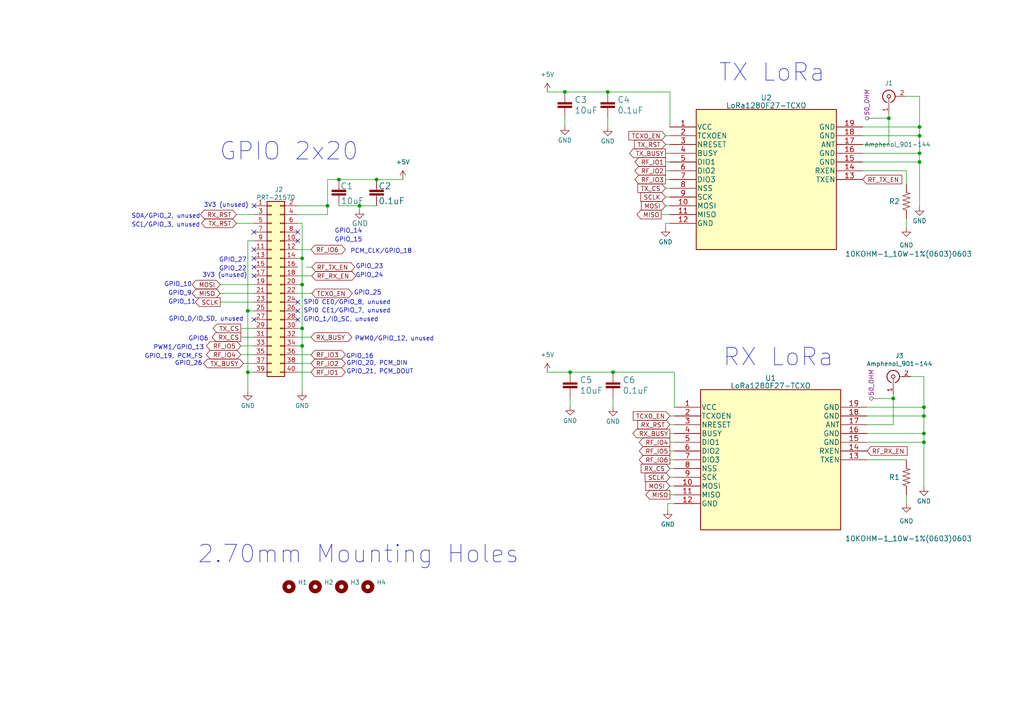
<source format=kicad_sch>
(kicad_sch (version 20230121) (generator eeschema)
  (paper "A4")
  (title_block (title "Groundstation Hat") (date "1/22/24") (rev "v1.0") (company "Stanford University") (comment 1 "Jacob Rintamaki"))
  (lib_symbols
    (symbol "Connector:Conn_Coaxial" (pin_names (offset 1.016) hide)
      (property "Reference" "J" (at 0.254 3.048 0))
      (property "Value" "Conn_Coaxial" (at 2.921 0 90))
      (symbol "Conn_Coaxial_0_1"
        (arc (start -1.778 -0.508) (mid 0.2311 -1.8066) (end 1.778 0) (stroke (width 0.254)))
        (polyline (pts (xy -2.54 0) (xy -0.508 0)))
        (polyline (pts (xy 0 -2.54) (xy 0 -1.778)))
        (circle (center 0 0) (radius 0.508) (stroke (width 0.2032)))
        (arc (start 1.778 0) (mid 0.2099 1.8101) (end -1.778 0.508) (stroke (width 0.254)))
      )
      (symbol "Conn_Coaxial_1_1"
        (pin passive line (at -5.08 0 0) (length 2.54) (name "In") (number "1"))
        (pin passive line (at 0 -5.08 90) (length 2.54) (name "Ext") (number "2"))
      )
    )
    (symbol "MAINBOARD:10KOHM-1_10W-1%(0603)0603" (pin_names (offset 1.016))
      (property "Reference" "R" (at -3.81 1.4986 0))
      (property "Value" "10KOHM-1_10W-1%(0603)0603" (at -3.81 -3.302 0))
      (symbol "10KOHM-1_10W-1%(0603)0603_1_0"
        (polyline (pts (xy -2.54 0) (xy -2.159 1.016)))
        (polyline (pts (xy -2.159 1.016) (xy -1.524 -1.016)))
        (polyline (pts (xy -1.524 -1.016) (xy -0.889 1.016)))
        (polyline (pts (xy -0.889 1.016) (xy -0.254 -1.016)))
        (polyline (pts (xy -0.254 -1.016) (xy 0.381 1.016)))
        (polyline (pts (xy 0.381 1.016) (xy 1.016 -1.016)))
        (polyline (pts (xy 1.016 -1.016) (xy 1.651 1.016)))
        (polyline (pts (xy 1.651 1.016) (xy 2.286 -1.016)))
        (polyline (pts (xy 2.286 -1.016) (xy 2.54 0)))
        (pin passive line (at -5.08 0 0) (length 2.54) (name "1") (number "1"))
        (pin passive line (at 5.08 0 180) (length 2.54) (name "2") (number "2"))
      )
    )
    (symbol "Mechanical:MountingHole" (pin_names (offset 1.016))
      (property "Reference" "H" (at 0 5.08 0))
      (property "Value" "MountingHole" (at 0 3.175 0))
      (symbol "MountingHole_0_1"
        (circle (center 0 0) (radius 1.27) (stroke (width 1.27)))
      )
    )
    (symbol "mainboard:1.0UF-0603-16V-10%" (pin_names (offset 1.016))
      (property "Reference" "C" (at 1.524 2.921 0))
      (property "Value" "1.0UF-0603-16V-10%" (at 1.524 -2.159 0))
      (symbol "1.0UF-0603-16V-10%_1_0"
        (rectangle (start -2.032 0.508) (end 2.032 1.016) (fill (type outline)))
        (rectangle (start -2.032 1.524) (end 2.032 2.032) (fill (type outline)))
        (polyline (pts (xy 0 0) (xy 0 0.508)))
        (polyline (pts (xy 0 2.54) (xy 0 2.032)))
        (pin passive line (at 0 5.08 270) (length 2.54) (name "1") (number "1"))
        (pin passive line (at 0 -2.54 90) (length 2.54) (name "2") (number "2"))
      )
    )
    (symbol "mainboard:22UF-0805-6.3V-20%" (pin_names (offset 1.016))
      (property "Reference" "C" (at 1.524 2.921 0))
      (property "Value" "22UF-0805-6.3V-20%" (at 1.524 -2.159 0))
      (symbol "22UF-0805-6.3V-20%_1_0"
        (rectangle (start -2.032 0.508) (end 2.032 1.016) (fill (type outline)))
        (rectangle (start -2.032 1.524) (end 2.032 2.032) (fill (type outline)))
        (polyline (pts (xy 0 0) (xy 0 0.508)))
        (polyline (pts (xy 0 2.54) (xy 0 2.032)))
        (pin passive line (at 0 5.08 270) (length 2.54) (name "1") (number "1"))
        (pin passive line (at 0 -2.54 90) (length 2.54) (name "2") (number "2"))
      )
    )
    (symbol "power:+5V" (power) (pin_names (offset 0))
      (property "Value" "+5V" (at 0 3.556 0))
      (symbol "+5V_0_1"
        (polyline (pts (xy -0.762 1.27) (xy 0 2.54)))
        (polyline (pts (xy 0 0) (xy 0 2.54)))
        (polyline (pts (xy 0 2.54) (xy 0.762 1.27)))
      )
      (symbol "+5V_1_1"
        (pin power_in line (at 0 0 90) (length 0) hide (name "+5V") (number "1"))
      )
    )
    (symbol "power:GND" (power) (pin_names (offset 0))
      (property "Value" "GND" (at 0 -3.81 0))
      (symbol "GND_0_1"
        (polyline (pts (xy 0 0) (xy 0 -1.27) (xy 1.27 -1.27) (xy 0 -2.54) (xy -1.27 -1.27) (xy 0 -1.27)))
      )
      (symbol "GND_1_1"
        (pin power_in line (at 0 0 270) (length 0) hide (name "GND") (number "1"))
      )
    )
    (symbol "rpi_interface:LORA1280F27-TCXO" (pin_names (offset 0.254))
      (property "Reference" "U" (at 27.94 10.16 0))
      (property "Value" "LoRa1280F27-TCXO" (at 27.94 7.62 0))
      (property "Datasheet" "https://file.fomille.site/1260815565112336386/1650759420204007426.pdf" (at 0 0 0))
      (symbol "LORA1280F27-TCXO_1_0"
        (pin bidirectional line (at 55.88 -5.08 180) (length 7.62) (name "ANT") (number "17"))
      )
      (symbol "LORA1280F27-TCXO_1_1"
        (rectangle (start 7.62 5.08) (end 48.26 -35.56) (stroke (width 0.254)) (fill (type background)))
        (pin power_in line (at 0 0 0) (length 7.62) (name "VCC") (number "1"))
        (pin input line (at 0 -22.86 0) (length 7.62) (name "MOSI") (number "10"))
        (pin output line (at 0 -25.4 0) (length 7.62) (name "MISO") (number "11"))
        (pin power_in line (at 0 -27.94 0) (length 7.62) (name "GND") (number "12"))
        (pin input line (at 55.88 -15.24 180) (length 7.62) (name "TXEN") (number "13"))
        (pin input line (at 55.88 -12.7 180) (length 7.62) (name "RXEN") (number "14"))
        (pin power_in line (at 55.88 -10.16 180) (length 7.62) (name "GND") (number "15"))
        (pin power_in line (at 55.88 -7.62 180) (length 7.62) (name "GND") (number "16"))
        (pin power_in line (at 55.88 -2.54 180) (length 7.62) (name "GND") (number "18"))
        (pin power_in line (at 55.88 0 180) (length 7.62) (name "GND") (number "19"))
        (pin input line (at 0 -2.54 0) (length 7.62) (name "TCXOEN") (number "2"))
        (pin input line (at 0 -5.08 0) (length 7.62) (name "NRESET") (number "3"))
        (pin output line (at 0 -7.62 0) (length 7.62) (name "BUSY") (number "4"))
        (pin output line (at 0 -10.16 0) (length 7.62) (name "DIO1") (number "5"))
        (pin output line (at 0 -12.7 0) (length 7.62) (name "DIO2") (number "6"))
        (pin output line (at 0 -15.24 0) (length 7.62) (name "DIO3") (number "7"))
        (pin input line (at 0 -17.78 0) (length 7.62) (name "NSS") (number "8"))
        (pin input line (at 0 -20.32 0) (length 7.62) (name "SCK") (number "9"))
      )
    )
    (symbol "rpi_interface:PRT-21570" (pin_names (offset 1.016) hide)
      (property "Reference" "J" (at 1.27 25.4 0))
      (property "Value" "PRT-21570" (at 1.27 -27.94 0))
      (symbol "PRT-21570_1_1"
        (rectangle (start -1.27 -25.273) (end 0 -25.527) (stroke (width 0.1524)))
        (rectangle (start -1.27 -22.733) (end 0 -22.987) (stroke (width 0.1524)))
        (rectangle (start -1.27 -20.193) (end 0 -20.447) (stroke (width 0.1524)))
        (rectangle (start -1.27 -17.653) (end 0 -17.907) (stroke (width 0.1524)))
        (rectangle (start -1.27 -15.113) (end 0 -15.367) (stroke (width 0.1524)))
        (rectangle (start -1.27 -12.573) (end 0 -12.827) (stroke (width 0.1524)))
        (rectangle (start -1.27 -10.033) (end 0 -10.287) (stroke (width 0.1524)))
        (rectangle (start -1.27 -7.493) (end 0 -7.747) (stroke (width 0.1524)))
        (rectangle (start -1.27 -4.953) (end 0 -5.207) (stroke (width 0.1524)))
        (rectangle (start -1.27 -2.413) (end 0 -2.667) (stroke (width 0.1524)))
        (rectangle (start -1.27 0.127) (end 0 -0.127) (stroke (width 0.1524)))
        (rectangle (start -1.27 2.667) (end 0 2.413) (stroke (width 0.1524)))
        (rectangle (start -1.27 5.207) (end 0 4.953) (stroke (width 0.1524)))
        (rectangle (start -1.27 7.747) (end 0 7.493) (stroke (width 0.1524)))
        (rectangle (start -1.27 10.287) (end 0 10.033) (stroke (width 0.1524)))
        (rectangle (start -1.27 12.827) (end 0 12.573) (stroke (width 0.1524)))
        (rectangle (start -1.27 15.367) (end 0 15.113) (stroke (width 0.1524)))
        (rectangle (start -1.27 17.907) (end 0 17.653) (stroke (width 0.1524)))
        (rectangle (start -1.27 20.447) (end 0 20.193) (stroke (width 0.1524)))
        (rectangle (start -1.27 22.987) (end 0 22.733) (stroke (width 0.1524)))
        (rectangle (start -1.27 24.13) (end 3.81 -26.67) (stroke (width 0.254)) (fill (type background)))
        (rectangle (start 3.81 -25.273) (end 2.54 -25.527) (stroke (width 0.1524)))
        (rectangle (start 3.81 -22.733) (end 2.54 -22.987) (stroke (width 0.1524)))
        (rectangle (start 3.81 -20.193) (end 2.54 -20.447) (stroke (width 0.1524)))
        (rectangle (start 3.81 -17.653) (end 2.54 -17.907) (stroke (width 0.1524)))
        (rectangle (start 3.81 -15.113) (end 2.54 -15.367) (stroke (width 0.1524)))
        (rectangle (start 3.81 -12.573) (end 2.54 -12.827) (stroke (width 0.1524)))
        (rectangle (start 3.81 -10.033) (end 2.54 -10.287) (stroke (width 0.1524)))
        (rectangle (start 3.81 -7.493) (end 2.54 -7.747) (stroke (width 0.1524)))
        (rectangle (start 3.81 -4.953) (end 2.54 -5.207) (stroke (width 0.1524)))
        (rectangle (start 3.81 -2.413) (end 2.54 -2.667) (stroke (width 0.1524)))
        (rectangle (start 3.81 0.127) (end 2.54 -0.127) (stroke (width 0.1524)))
        (rectangle (start 3.81 2.667) (end 2.54 2.413) (stroke (width 0.1524)))
        (rectangle (start 3.81 5.207) (end 2.54 4.953) (stroke (width 0.1524)))
        (rectangle (start 3.81 7.747) (end 2.54 7.493) (stroke (width 0.1524)))
        (rectangle (start 3.81 10.287) (end 2.54 10.033) (stroke (width 0.1524)))
        (rectangle (start 3.81 12.827) (end 2.54 12.573) (stroke (width 0.1524)))
        (rectangle (start 3.81 15.367) (end 2.54 15.113) (stroke (width 0.1524)))
        (rectangle (start 3.81 17.907) (end 2.54 17.653) (stroke (width 0.1524)))
        (rectangle (start 3.81 20.447) (end 2.54 20.193) (stroke (width 0.1524)))
        (rectangle (start 3.81 22.987) (end 2.54 22.733) (stroke (width 0.1524)))
        (pin passive line (at -5.08 22.86 0) (length 3.81) (name "Pin_1") (number "1"))
        (pin passive line (at 7.62 12.7 180) (length 3.81) (name "Pin_10") (number "10"))
        (pin passive line (at -5.08 10.16 0) (length 3.81) (name "Pin_11") (number "11"))
        (pin passive line (at 7.62 10.16 180) (length 3.81) (name "Pin_12") (number "12"))
        (pin passive line (at -5.08 7.62 0) (length 3.81) (name "Pin_13") (number "13"))
        (pin passive line (at 7.62 7.62 180) (length 3.81) (name "Pin_14") (number "14"))
        (pin passive line (at -5.08 5.08 0) (length 3.81) (name "Pin_15") (number "15"))
        (pin passive line (at 7.62 5.08 180) (length 3.81) (name "Pin_16") (number "16"))
        (pin passive line (at -5.08 2.54 0) (length 3.81) (name "Pin_17") (number "17"))
        (pin passive line (at 7.62 2.54 180) (length 3.81) (name "Pin_18") (number "18"))
        (pin passive line (at -5.08 0 0) (length 3.81) (name "Pin_19") (number "19"))
        (pin passive line (at 7.62 22.86 180) (length 3.81) (name "Pin_2") (number "2"))
        (pin passive line (at 7.62 0 180) (length 3.81) (name "Pin_20") (number "20"))
        (pin passive line (at -5.08 -2.54 0) (length 3.81) (name "Pin_21") (number "21"))
        (pin passive line (at 7.62 -2.54 180) (length 3.81) (name "Pin_22") (number "22"))
        (pin passive line (at -5.08 -5.08 0) (length 3.81) (name "Pin_23") (number "23"))
        (pin passive line (at 7.62 -5.08 180) (length 3.81) (name "Pin_24") (number "24"))
        (pin passive line (at -5.08 -7.62 0) (length 3.81) (name "Pin_25") (number "25"))
        (pin passive line (at 7.62 -7.62 180) (length 3.81) (name "Pin_26") (number "26"))
        (pin passive line (at -5.08 -10.16 0) (length 3.81) (name "Pin_27") (number "27"))
        (pin passive line (at 7.62 -10.16 180) (length 3.81) (name "Pin_28") (number "28"))
        (pin passive line (at -5.08 -12.7 0) (length 3.81) (name "Pin_29") (number "29"))
        (pin passive line (at -5.08 20.32 0) (length 3.81) (name "Pin_3") (number "3"))
        (pin passive line (at 7.62 -12.7 180) (length 3.81) (name "Pin_30") (number "30"))
        (pin passive line (at -5.08 -15.24 0) (length 3.81) (name "Pin_31") (number "31"))
        (pin passive line (at 7.62 -15.24 180) (length 3.81) (name "Pin_32") (number "32"))
        (pin passive line (at -5.08 -17.78 0) (length 3.81) (name "Pin_33") (number "33"))
        (pin passive line (at 7.62 -17.78 180) (length 3.81) (name "Pin_34") (number "34"))
        (pin passive line (at -5.08 -20.32 0) (length 3.81) (name "Pin_35") (number "35"))
        (pin passive line (at 7.62 -20.32 180) (length 3.81) (name "Pin_36") (number "36"))
        (pin passive line (at -5.08 -22.86 0) (length 3.81) (name "Pin_37") (number "37"))
        (pin passive line (at 7.62 -22.86 180) (length 3.81) (name "Pin_38") (number "38"))
        (pin passive line (at -5.08 -25.4 0) (length 3.81) (name "Pin_39") (number "39"))
        (pin passive line (at 7.62 20.32 180) (length 3.81) (name "Pin_4") (number "4"))
        (pin passive line (at 7.62 -25.4 180) (length 3.81) (name "Pin_40") (number "40"))
        (pin passive line (at -5.08 17.78 0) (length 3.81) (name "Pin_5") (number "5"))
        (pin passive line (at 7.62 17.78 180) (length 3.81) (name "Pin_6") (number "6"))
        (pin passive line (at -5.08 15.24 0) (length 3.81) (name "Pin_7") (number "7"))
        (pin passive line (at 7.62 15.24 180) (length 3.81) (name "Pin_8") (number "8"))
        (pin passive line (at -5.08 12.7 0) (length 3.81) (name "Pin_9") (number "9"))
      )
    )
  )
  (junction (at 87.63 82.55))
  (junction (at 87.63 95.25))
  (junction (at 98.298 52.07))
  (junction (at 267.97 125.73))
  (junction (at 266.7 44.45))
  (junction (at 267.97 120.65))
  (junction (at 165.354 107.95))
  (junction (at 109.22 52.07))
  (junction (at 176.276 26.67))
  (junction (at 266.7 36.83))
  (junction (at 267.97 128.27))
  (junction (at 71.882 90.17))
  (junction (at 266.7 39.37))
  (junction (at 87.63 100.33))
  (junction (at 104.267 59.69))
  (junction (at 87.63 74.93))
  (junction (at 71.882 107.95))
  (junction (at 259.08 115.57))
  (junction (at 177.8 107.95))
  (junction (at 163.83 26.67))
  (junction (at 94.996 59.69))
  (junction (at 257.81 34.29))
  (junction (at 266.7 46.99))
  (junction (at 267.97 118.11))
  (no_connect (at 73.66 77.47))
  (no_connect (at 86.36 87.63))
  (no_connect (at 86.36 67.31))
  (no_connect (at 73.66 67.31))
  (no_connect (at 73.66 72.39))
  (no_connect (at 86.36 69.85))
  (no_connect (at 86.36 90.17))
  (no_connect (at 73.66 59.69))
  (no_connect (at 73.66 74.93))
  (no_connect (at 73.66 80.01))
  (no_connect (at 73.66 92.71))
  (no_connect (at 86.36 92.71))
  (wire (pts (xy 68.58 62.23) (xy 73.66 62.23)))
  (wire (pts (xy 194.31 135.89) (xy 195.58 135.89)))
  (wire (pts (xy 193.04 46.99) (xy 194.31 46.99)))
  (wire (pts (xy 193.04 39.37) (xy 194.31 39.37)))
  (wire (pts (xy 193.04 49.53) (xy 194.31 49.53)))
  (wire (pts (xy 194.31 130.81) (xy 195.58 130.81)))
  (wire (pts (xy 109.22 52.07) (xy 116.84 52.07)))
  (wire (pts (xy 250.19 41.91) (xy 257.81 41.91)))
  (wire (pts (xy 71.882 90.17) (xy 73.66 90.17)))
  (wire (pts (xy 262.89 143.51) (xy 262.89 146.05)))
  (wire (pts (xy 251.46 133.35) (xy 262.89 133.35)))
  (wire (pts (xy 259.08 115.57) (xy 259.08 114.3)))
  (wire (pts (xy 98.298 52.07) (xy 109.22 52.07)))
  (wire (pts (xy 87.63 64.77) (xy 86.36 64.77)))
  (wire (pts (xy 71.882 90.17) (xy 71.882 107.95)))
  (wire (pts (xy 193.04 54.61) (xy 194.31 54.61)))
  (wire (pts (xy 63.881 82.55) (xy 73.66 82.55)))
  (wire (pts (xy 69.85 95.25) (xy 73.66 95.25)))
  (wire (pts (xy 163.83 26.67) (xy 176.276 26.67)))
  (wire (pts (xy 255.27 115.57) (xy 259.08 115.57)))
  (wire (pts (xy 267.97 109.22) (xy 264.16 109.22)))
  (wire (pts (xy 86.36 100.33) (xy 87.63 100.33)))
  (wire (pts (xy 251.46 128.27) (xy 267.97 128.27)))
  (wire (pts (xy 259.08 115.57) (xy 259.08 123.19)))
  (wire (pts (xy 193.04 44.45) (xy 194.31 44.45)))
  (wire (pts (xy 71.882 107.95) (xy 73.66 107.95)))
  (wire (pts (xy 193.04 52.07) (xy 194.31 52.07)))
  (wire (pts (xy 250.19 36.83) (xy 266.7 36.83)))
  (wire (pts (xy 257.81 34.29) (xy 257.81 41.91)))
  (wire (pts (xy 266.7 46.99) (xy 266.7 59.944)))
  (wire (pts (xy 194.31 125.73) (xy 195.58 125.73)))
  (wire (pts (xy 86.36 59.69) (xy 94.996 59.69)))
  (wire (pts (xy 250.19 39.37) (xy 266.7 39.37)))
  (wire (pts (xy 104.267 59.69) (xy 104.267 60.833)))
  (wire (pts (xy 266.7 44.45) (xy 266.7 46.99)))
  (wire (pts (xy 176.276 34.29) (xy 176.276 36.83)))
  (wire (pts (xy 267.97 125.73) (xy 267.97 128.27)))
  (wire (pts (xy 194.31 123.19) (xy 195.58 123.19)))
  (wire (pts (xy 191.77 62.23) (xy 194.31 62.23)))
  (wire (pts (xy 254 34.29) (xy 257.81 34.29)))
  (wire (pts (xy 251.46 118.11) (xy 267.97 118.11)))
  (wire (pts (xy 266.7 27.94) (xy 266.7 36.83)))
  (wire (pts (xy 165.354 107.95) (xy 177.8 107.95)))
  (wire (pts (xy 266.7 39.37) (xy 266.7 44.45)))
  (wire (pts (xy 257.81 33.02) (xy 257.81 34.29)))
  (wire (pts (xy 262.89 49.53) (xy 262.89 53.34)))
  (wire (pts (xy 158.75 107.95) (xy 165.354 107.95)))
  (wire (pts (xy 87.63 64.77) (xy 87.63 74.93)))
  (wire (pts (xy 266.7 36.83) (xy 266.7 39.37)))
  (wire (pts (xy 88.9 77.47) (xy 90.424 77.47)))
  (wire (pts (xy 250.19 46.99) (xy 266.7 46.99)))
  (wire (pts (xy 69.85 102.87) (xy 73.66 102.87)))
  (wire (pts (xy 86.36 82.55) (xy 87.63 82.55)))
  (wire (pts (xy 104.267 59.69) (xy 109.22 59.69)))
  (wire (pts (xy 87.63 82.55) (xy 87.63 95.25)))
  (wire (pts (xy 176.276 26.67) (xy 194.31 26.67)))
  (wire (pts (xy 163.83 34.29) (xy 163.83 36.576)))
  (wire (pts (xy 193.04 41.91) (xy 194.31 41.91)))
  (wire (pts (xy 86.36 72.39) (xy 90.17 72.39)))
  (wire (pts (xy 158.75 26.67) (xy 163.83 26.67)))
  (wire (pts (xy 194.31 133.35) (xy 195.58 133.35)))
  (wire (pts (xy 251.46 123.19) (xy 259.08 123.19)))
  (wire (pts (xy 193.04 57.15) (xy 194.31 57.15)))
  (wire (pts (xy 94.996 62.23) (xy 94.996 59.69)))
  (wire (pts (xy 71.882 69.85) (xy 73.66 69.85)))
  (wire (pts (xy 94.996 52.07) (xy 98.298 52.07)))
  (wire (pts (xy 194.31 143.51) (xy 195.58 143.51)))
  (wire (pts (xy 86.36 97.79) (xy 90.17 97.79)))
  (wire (pts (xy 71.882 90.17) (xy 71.882 69.85)))
  (wire (pts (xy 177.8 115.57) (xy 177.8 118.11)))
  (wire (pts (xy 262.89 63.5) (xy 262.89 66.04)))
  (wire (pts (xy 87.63 95.25) (xy 86.36 95.25)))
  (wire (pts (xy 250.19 49.53) (xy 262.89 49.53)))
  (wire (pts (xy 94.996 52.07) (xy 94.996 59.69)))
  (wire (pts (xy 267.97 118.11) (xy 267.97 120.65)))
  (wire (pts (xy 194.31 26.67) (xy 194.31 36.83)))
  (wire (pts (xy 267.97 120.65) (xy 267.97 125.73)))
  (wire (pts (xy 87.63 95.25) (xy 87.63 100.33)))
  (wire (pts (xy 71.882 113.538) (xy 71.882 107.95)))
  (wire (pts (xy 193.04 64.77) (xy 194.31 64.77)))
  (wire (pts (xy 194.31 128.27) (xy 195.58 128.27)))
  (wire (pts (xy 195.58 146.05) (xy 193.675 146.05)))
  (wire (pts (xy 86.36 102.87) (xy 90.17 102.87)))
  (wire (pts (xy 86.36 62.23) (xy 94.996 62.23)))
  (wire (pts (xy 86.36 85.09) (xy 90.424 85.09)))
  (wire (pts (xy 165.354 115.57) (xy 165.354 117.856)))
  (wire (pts (xy 68.58 64.77) (xy 73.66 64.77)))
  (wire (pts (xy 193.675 146.05) (xy 193.675 147.955)))
  (wire (pts (xy 193.04 64.77) (xy 193.04 66.04)))
  (wire (pts (xy 251.46 120.65) (xy 267.97 120.65)))
  (wire (pts (xy 267.97 109.22) (xy 267.97 118.11)))
  (wire (pts (xy 87.63 74.93) (xy 87.63 82.55)))
  (wire (pts (xy 70.612 105.41) (xy 73.66 105.41)))
  (wire (pts (xy 63.881 87.63) (xy 73.66 87.63)))
  (wire (pts (xy 194.31 120.65) (xy 195.58 120.65)))
  (wire (pts (xy 98.298 59.69) (xy 104.267 59.69)))
  (wire (pts (xy 251.46 125.73) (xy 267.97 125.73)))
  (wire (pts (xy 262.89 27.94) (xy 266.7 27.94)))
  (wire (pts (xy 86.36 107.95) (xy 90.17 107.95)))
  (wire (pts (xy 69.85 97.79) (xy 73.66 97.79)))
  (wire (pts (xy 86.36 74.93) (xy 87.63 74.93)))
  (wire (pts (xy 177.8 107.95) (xy 195.58 107.95)))
  (wire (pts (xy 86.36 80.01) (xy 90.424 80.01)))
  (wire (pts (xy 195.58 107.95) (xy 195.58 118.11)))
  (wire (pts (xy 87.63 113.538) (xy 87.63 100.33)))
  (wire (pts (xy 63.881 85.09) (xy 73.66 85.09)))
  (wire (pts (xy 193.04 59.69) (xy 194.31 59.69)))
  (wire (pts (xy 69.85 100.33) (xy 73.66 100.33)))
  (wire (pts (xy 194.31 140.97) (xy 195.58 140.97)))
  (wire (pts (xy 194.31 138.43) (xy 195.58 138.43)))
  (wire (pts (xy 250.19 44.45) (xy 266.7 44.45)))
  (wire (pts (xy 86.36 105.41) (xy 90.17 105.41)))
  (wire (pts (xy 267.97 128.27) (xy 267.97 141.224)))
  (text "3V3 (unused)" (at 59.055 60.325 0) (effects (font (size 1.27 1.27)) (justify left bottom)))
  (text "GPIO_21, PCM_DOUT" (at 100.457 108.585 0) (effects (font (size 1.27 1.27)) (justify left bottom)))
  (text "PCM_CLK/GPIO_18" (at 101.6 73.66 0) (effects (font (size 1.27 1.27)) (justify left bottom)))
  (text "SCL/GPIO_3, unused" (at 38.1 66.04 0) (effects (font (size 1.27 1.27)) (justify left bottom)))
  (text "GPIO_14" (at 97.028 67.818 0) (effects (font (size 1.27 1.27)) (justify left bottom)))
  (text "GPIO_24" (at 103.124 80.645 0) (effects (font (size 1.27 1.27)) (justify left bottom)))
  (text "PWM1/GPIO_13" (at 44.45 101.6 0) (effects (font (size 1.27 1.27)) (justify left bottom)))
  (text "PWM0/GPIO_12, unused" (at 102.87 99.06 0) (effects (font (size 1.27 1.27)) (justify left bottom)))
  (text "GPIO_20, PCM_DIN" (at 100.457 106.172 0) (effects (font (size 1.27 1.27)) (justify left bottom)))
  (text "SDA/GPIO_2, unused" (at 38.1 63.5 0) (effects (font (size 1.27 1.27)) (justify left bottom)))
  (text "GPIO_9" (at 48.768 85.852 0) (effects (font (size 1.27 1.27)) (justify left bottom)))
  (text "GPIO_23" (at 103.124 78.105 0) (effects (font (size 1.27 1.27)) (justify left bottom)))
  (text "GPIO_19, PCM_FS" (at 41.91 104.14 0) (effects (font (size 1.27 1.27)) (justify left bottom)))
  (text "GPIO_11" (at 48.768 88.392 0) (effects (font (size 1.27 1.27)) (justify left bottom)))
  (text "GPIO_22" (at 63.5 78.74 0) (effects (font (size 1.27 1.27)) (justify left bottom)))
  (text "GPIO_25" (at 102.616 85.725 0) (effects (font (size 1.27 1.27)) (justify left bottom)))
  (text "SPI0 CE1/GPIO_7, unused" (at 88.011 90.932 0) (effects (font (size 1.27 1.27)) (justify left bottom)))
  (text "SPI0 CE0/GPIO_8, unused" (at 88.011 88.519 0) (effects (font (size 1.27 1.27)) (justify left bottom)))
  (text "RX LoRa" (at 209.55 106.68 0) (effects (font (size 5.08 5.08)) (justify left bottom)))
  (text "GPIO_27" (at 63.5 76.2 0) (effects (font (size 1.27 1.27)) (justify left bottom)))
  (text "GPIO_15" (at 97.028 70.358 0) (effects (font (size 1.27 1.27)) (justify left bottom)))
  (text "2.70mm Mounting Holes" (at 57.15 163.83 0) (effects (font (size 5.08 5.08)) (justify left bottom)))
  (text "3V3 (unused)" (at 58.674 80.645 0) (effects (font (size 1.27 1.27)) (justify left bottom)))
  (text "TX LoRa" (at 208.28 24.13 0) (effects (font (size 5.08 5.08)) (justify left bottom)))
  (text "GPIO_16" (at 100.33 104.14 0) (effects (font (size 1.27 1.27)) (justify left bottom)))
  (text "GPIO_0/ID_SD, unused" (at 48.895 93.345 0) (effects (font (size 1.27 1.27)) (justify left bottom)))
  (text "GPIO_26" (at 50.673 106.172 0) (effects (font (size 1.27 1.27)) (justify left bottom)))
  (text "GPIO_10" (at 47.625 83.312 0) (effects (font (size 1.27 1.27)) (justify left bottom)))
  (text "GPIO6" (at 54.61 99.06 0) (effects (font (size 1.27 1.27)) (justify left bottom)))
  (text "GPIO 2x20" (at 63.5 46.99 0) (effects (font (size 5.08 5.08)) (justify left bottom)))
  (text "GPIO_1/ID_SC, unused" (at 88.011 93.472 0) (effects (font (size 1.27 1.27)) (justify left bottom)))
  (global_label "TX_BUSY" (shape output) (at 193.04 44.45 180) (property "Intersheetrefs" "${INTERSHEET_REFS}" (effects hide)))
  (global_label "RX_BUSY" (shape bidirectional) (at 90.17 97.79 0) (property "Intersheetrefs" "${INTERSHEET_REFS}" (effects hide)))
  (global_label "TX_BUSY" (shape bidirectional) (at 70.612 105.41 180) (property "Intersheetrefs" "${INTERSHEET_REFS}" (effects hide)))
  (global_label "MISO" (shape bidirectional) (at 63.881 85.09 180) (property "Intersheetrefs" "${INTERSHEET_REFS}" (effects hide)))
  (global_label "TX_CS" (shape input) (at 193.04 54.61 180) (property "Intersheetrefs" "${INTERSHEET_REFS}" (effects hide)))
  (global_label "MISO" (shape output) (at 191.77 62.23 180) (property "Intersheetrefs" "${INTERSHEET_REFS}" (effects hide)))
  (global_label "SCLK" (shape input) (at 194.31 138.43 180) (property "Intersheetrefs" "${INTERSHEET_REFS}" (effects hide)))
  (global_label "RX_BUSY" (shape output) (at 194.31 125.73 180) (property "Intersheetrefs" "${INTERSHEET_REFS}" (effects hide)))
  (global_label "RF_IO6" (shape output) (at 194.31 133.35 180) (property "Intersheetrefs" "${INTERSHEET_REFS}" (effects hide)))
  (global_label "RF_IO3" (shape bidirectional) (at 90.17 102.87 0) (property "Intersheetrefs" "${INTERSHEET_REFS}" (effects hide)))
  (global_label "RX_RST" (shape input) (at 194.31 123.19 180) (property "Intersheetrefs" "${INTERSHEET_REFS}" (effects hide)))
  (global_label "RF_IO3" (shape output) (at 193.04 52.07 180) (property "Intersheetrefs" "${INTERSHEET_REFS}" (effects hide)))
  (global_label "TX_RST" (shape bidirectional) (at 68.58 64.77 180) (property "Intersheetrefs" "${INTERSHEET_REFS}" (effects hide)))
  (global_label "RF_TX_EN" (shape bidirectional) (at 90.424 77.47 0) (property "Intersheetrefs" "${INTERSHEET_REFS}" (effects hide)))
  (global_label "RF_IO4" (shape bidirectional) (at 69.85 102.87 180) (property "Intersheetrefs" "${INTERSHEET_REFS}" (effects hide)))
  (global_label "TCXO_EN" (shape bidirectional) (at 90.424 85.09 0) (property "Intersheetrefs" "${INTERSHEET_REFS}" (effects hide)))
  (global_label "TX_CS" (shape output) (at 69.85 95.25 180) (property "Intersheetrefs" "${INTERSHEET_REFS}" (effects hide)))
  (global_label "RF_IO5" (shape bidirectional) (at 69.85 100.33 180) (property "Intersheetrefs" "${INTERSHEET_REFS}" (effects hide)))
  (global_label "MOSI" (shape input) (at 193.04 59.69 180) (property "Intersheetrefs" "${INTERSHEET_REFS}" (effects hide)))
  (global_label "TCXO_EN" (shape input) (at 194.31 120.65 180) (property "Intersheetrefs" "${INTERSHEET_REFS}" (effects hide)))
  (global_label "RF_RX_EN" (shape input) (at 251.46 130.81 0) (property "Intersheetrefs" "${INTERSHEET_REFS}" (effects hide)))
  (global_label "RX_CS" (shape input) (at 194.31 135.89 180) (property "Intersheetrefs" "${INTERSHEET_REFS}" (effects hide)))
  (global_label "RF_IO2" (shape bidirectional) (at 90.17 105.41 0) (property "Intersheetrefs" "${INTERSHEET_REFS}" (effects hide)))
  (global_label "RF_IO5" (shape output) (at 194.31 130.81 180) (property "Intersheetrefs" "${INTERSHEET_REFS}" (effects hide)))
  (global_label "RF_IO1" (shape output) (at 193.04 46.99 180) (property "Intersheetrefs" "${INTERSHEET_REFS}" (effects hide)))
  (global_label "RF_RX_EN" (shape bidirectional) (at 90.424 80.01 0) (property "Intersheetrefs" "${INTERSHEET_REFS}" (effects hide)))
  (global_label "RF_IO1" (shape bidirectional) (at 90.17 107.95 0) (property "Intersheetrefs" "${INTERSHEET_REFS}" (effects hide)))
  (global_label "MOSI" (shape input) (at 194.31 140.97 180) (property "Intersheetrefs" "${INTERSHEET_REFS}" (effects hide)))
  (global_label "SCLK" (shape output) (at 63.881 87.63 180) (property "Intersheetrefs" "${INTERSHEET_REFS}" (effects hide)))
  (global_label "RF_TX_EN" (shape input) (at 250.19 52.07 0) (property "Intersheetrefs" "${INTERSHEET_REFS}" (effects hide)))
  (global_label "RF_IO6" (shape bidirectional) (at 90.17 72.39 0) (property "Intersheetrefs" "${INTERSHEET_REFS}" (effects hide)))
  (global_label "MOSI" (shape bidirectional) (at 63.881 82.55 180) (property "Intersheetrefs" "${INTERSHEET_REFS}" (effects hide)))
  (global_label "RF_IO4" (shape output) (at 194.31 128.27 180) (property "Intersheetrefs" "${INTERSHEET_REFS}" (effects hide)))
  (global_label "MISO" (shape output) (at 194.31 143.51 180) (property "Intersheetrefs" "${INTERSHEET_REFS}" (effects hide)))
  (global_label "SCLK" (shape input) (at 193.04 57.15 180) (property "Intersheetrefs" "${INTERSHEET_REFS}" (effects hide)))
  (global_label "RX_CS" (shape output) (at 69.85 97.79 180) (property "Intersheetrefs" "${INTERSHEET_REFS}" (effects hide)))
  (global_label "RX_RST" (shape bidirectional) (at 68.58 62.23 180) (property "Intersheetrefs" "${INTERSHEET_REFS}" (effects hide)))
  (global_label "TCXO_EN" (shape input) (at 193.04 39.37 180) (property "Intersheetrefs" "${INTERSHEET_REFS}" (effects hide)))
  (global_label "RF_IO2" (shape output) (at 193.04 49.53 180) (property "Intersheetrefs" "${INTERSHEET_REFS}" (effects hide)))
  (global_label "TX_RST" (shape input) (at 193.04 41.91 180) (property "Intersheetrefs" "${INTERSHEET_REFS}" (effects hide)))
  (netclass_flag "" (length 2.54) (shape round) (at 255.27 115.57 90) (property "Netclass" "50_OHM" (at 252.73 114.8715 90) (effects (font italic) (justify left))))
  (netclass_flag "" (length 2.54) (shape round) (at 254 34.29 90) (property "Netclass" "50_OHM" (at 251.46 33.5915 90) (effects (font italic) (justify left))))
  (symbol (lib_id "power:GND") (at 267.97 141.224 0) (unit 1)
    (property "Reference" "#PWR012" (effects hide))
    (property "Value" "GND" (at 267.97 145.3595 0))
  )
  (symbol (lib_id "Mechanical:MountingHole") (at 106.68 170.18 0) (unit 1)
    (property "Reference" "H4" (at 109.22 168.91 0) (effects (justify left)))
    (property "Value" "MountingHole" (effects hide))
    (property "Footprint" "MountingHole:MountingHole_2.7mm_M2.5_DIN965_Pad" (effects hide))
  )
  (symbol (lib_id "Mechanical:MountingHole") (at 99.06 170.18 0) (unit 1)
    (property "Reference" "H3" (at 101.6 168.91 0) (effects (justify left)))
    (property "Value" "MountingHole" (effects hide))
    (property "Footprint" "MountingHole:MountingHole_2.7mm_M2.5_DIN965_Pad" (effects hide))
  )
  (symbol (lib_id "mainboard:22UF-0805-6.3V-20%") (at 109.22 57.15 0) (unit 1)
    (property "Reference" "C2" (at 109.728 54.991 0) (effects (font (size 1.778 1.778)) (justify left bottom)))
    (property "Value" "0.1uF" (at 109.728 59.309 0) (effects (font (size 1.778 1.778)) (justify left bottom)))
    (property "Footprint" "Capacitor_SMD:C_0603_1608Metric" (effects hide))
    (property "Description" "22uF +-20% 10V X5R" (effects hide))
  )
  (symbol (lib_id "power:+5V") (at 158.75 26.67 0) (unit 1)
    (property "Reference" "#PWR014" (effects hide))
    (property "Value" "+5V" (at 158.75 21.59 0))
  )
  (symbol (lib_id "Mechanical:MountingHole") (at 91.44 170.18 0) (unit 1)
    (property "Reference" "H2" (at 93.98 168.91 0) (effects (justify left)))
    (property "Value" "MountingHole" (effects hide))
    (property "Footprint" "MountingHole:MountingHole_2.7mm_M2.5_DIN965_Pad" (effects hide))
  )
  (symbol (lib_id "power:+5V") (at 158.75 107.95 0) (unit 1)
    (property "Reference" "#PWR015" (effects hide))
    (property "Value" "+5V" (at 158.75 102.87 0))
  )
  (symbol (lib_id "Mechanical:MountingHole") (at 83.82 170.18 0) (unit 1)
    (property "Reference" "H1" (at 86.36 168.91 0) (effects (justify left)))
    (property "Value" "MountingHole" (effects hide))
    (property "Footprint" "MountingHole:MountingHole_2.7mm_M2.5_DIN965_Pad" (effects hide))
  )
  (symbol (lib_id "MAINBOARD:10KOHM-1_10W-1%(0603)0603") (at 262.89 138.43 90) (unit 1)
    (property "Reference" "R1" (at 257.81 138.43 90) (effects (font (size 1.4986 1.4986)) (justify right)))
    (property "Value" "10KOHM-1_10W-1%(0603)0603" (at 245.11 156.21 90) (effects (font (size 1.4986 1.4986)) (justify right)))
    (property "Footprint" "MAINBOARD:R0603" (effects hide))
  )
  (symbol (lib_id "Connector:Conn_Coaxial") (at 257.81 27.94 90) (unit 1)
    (property "Reference" "J1" (at 257.81 24.13 90))
    (property "Value" "Amphenol_901-144" (at 260.35 41.91 90))
    (property "Footprint" "rpi_interface:SMA_901-144" (effects hide))
    (property "Datasheet" "https://www.amphenolrf.com/library/download/link/link_id/593640/parent/901-144/" (effects hide))
    (property "Description" "Amphenol RF SMA " (effects hide))
    (property "Flight" "901-144" (effects hide))
    (property "Manufacturer_Name" "Amphenol" (effects hide))
    (property "Manufacturer_Part_Number" "901-144" (effects hide))
    (property "Proto" "901-144" (effects hide))
  )
  (symbol (lib_id "power:GND") (at 163.83 36.576 0) (unit 1)
    (property "Reference" "#PWR01" (effects hide))
    (property "Value" "GND" (at 163.83 40.7115 0))
  )
  (symbol (lib_id "power:GND") (at 71.882 113.538 0) (unit 1)
    (property "Reference" "#PWR05" (effects hide))
    (property "Value" "GND" (at 71.882 117.6735 0))
  )
  (symbol (lib_id "mainboard:1.0UF-0603-16V-10%") (at 163.83 31.75 0) (unit 1)
    (property "Reference" "C3" (at 166.5732 28.9306 0) (effects (font (size 1.778 1.778)) (justify left)))
    (property "Value" "10uF" (at 166.5732 32.004 0) (effects (font (size 1.778 1.778)) (justify left)))
    (property "Footprint" "Capacitor_SMD:C_0603_1608Metric" (effects hide))
    (property "Description" "1uF 0603 X7R" (effects hide))
  )
  (symbol (lib_id "power:GND") (at 87.63 113.538 0) (unit 1)
    (property "Reference" "#PWR06" (effects hide))
    (property "Value" "GND" (at 87.63 117.6735 0))
  )
  (symbol (lib_id "rpi_interface:LORA1280F27-TCXO") (at 194.31 36.83 0) (unit 1)
    (property "Reference" "U2" (at 222.25 28.3669 0) (effects (font (size 1.524 1.524))))
    (property "Value" "LoRa1280F27-TCXO" (at 222.25 30.6211 0) (effects (font (size 1.524 1.524))))
    (property "Footprint" "rpi_interface:LORA128XF27" (effects hide))
    (property "Datasheet" "https://file.fomille.site/1260815565112336386/1650759420204007426.pdf" (effects hide))
  )
  (symbol (lib_id "power:+5V") (at 116.84 52.07 0) (unit 1)
    (property "Reference" "#PWR013" (effects hide))
    (property "Value" "+5V" (at 116.84 46.99 0))
  )
  (symbol (lib_id "power:GND") (at 165.354 117.856 0) (unit 1)
    (property "Reference" "#PWR03" (effects hide))
    (property "Value" "GND" (at 165.354 121.9915 0))
  )
  (symbol (lib_id "power:GND") (at 193.04 66.04 0) (unit 1)
    (property "Reference" "#PWR08" (effects hide))
    (property "Value" "GND" (at 193.04 70.1755 0))
  )
  (symbol (lib_id "power:GND") (at 193.675 147.955 0) (unit 1)
    (property "Reference" "#PWR011" (effects hide))
    (property "Value" "GND" (at 193.675 152.0905 0))
  )
  (symbol (lib_id "mainboard:1.0UF-0603-16V-10%") (at 177.8 113.03 0) (unit 1)
    (property "Reference" "C6" (at 180.5432 110.2106 0) (effects (font (size 1.778 1.778)) (justify left)))
    (property "Value" "0.1uF" (at 180.5432 113.284 0) (effects (font (size 1.778 1.778)) (justify left)))
    (property "Footprint" "Capacitor_SMD:C_0603_1608Metric" (effects hide))
    (property "Description" "1uF 0603 X7R" (effects hide))
  )
  (symbol (lib_id "power:GND") (at 266.7 59.944 0) (unit 1)
    (property "Reference" "#PWR09" (effects hide))
    (property "Value" "GND" (at 266.7 64.0795 0))
  )
  (symbol (lib_id "rpi_interface:LORA1280F27-TCXO") (at 195.58 118.11 0) (unit 1)
    (property "Reference" "U1" (at 223.52 109.6469 0) (effects (font (size 1.524 1.524))))
    (property "Value" "LoRa1280F27-TCXO" (at 223.52 111.9011 0) (effects (font (size 1.524 1.524))))
    (property "Footprint" "rpi_interface:LORA128XF27" (effects hide))
    (property "Datasheet" "https://file.fomille.site/1260815565112336386/1650759420204007426.pdf" (effects hide))
  )
  (symbol (lib_id "mainboard:22UF-0805-6.3V-20%") (at 98.298 57.15 0) (unit 1)
    (property "Reference" "C1" (at 98.679 54.991 0) (effects (font (size 1.778 1.778)) (justify left bottom)))
    (property "Value" "10uF" (at 98.806 59.309 0) (effects (font (size 1.778 1.778)) (justify left bottom)))
    (property "Footprint" "Capacitor_SMD:C_0603_1608Metric" (effects hide))
    (property "Description" "22uF +-20% 10V X5R" (effects hide))
  )
  (symbol (lib_id "MAINBOARD:10KOHM-1_10W-1%(0603)0603") (at 262.89 58.42 90) (unit 1)
    (property "Reference" "R2" (at 257.81 58.42 90) (effects (font (size 1.4986 1.4986)) (justify right)))
    (property "Value" "10KOHM-1_10W-1%(0603)0603" (at 245.11 73.66 90) (effects (font (size 1.4986 1.4986)) (justify right)))
    (property "Footprint" "MAINBOARD:R0603" (effects hide))
  )
  (symbol (lib_id "rpi_interface:PRT-21570") (at 78.74 82.55 0) (unit 1)
    (property "Reference" "J2" (at 80.899 54.975 0))
    (property "Value" "PRT-21570" (at 80.01 57.277 0))
    (property "Footprint" "rpi_interface:PRT-21570" (effects hide))
    (property "Datasheet" "https://cdn.sparkfun.com/assets/0/8/d/b/2/DS-16764-2_X_20_Pin_Extended_GPIO_Header_-_Female_-_13.5mm_9.80mm.pdf" (effects hide))
  )
  (symbol (lib_id "Connector:Conn_Coaxial") (at 259.08 109.22 90) (unit 1)
    (property "Reference" "J3" (at 260.8834 103.2002 90))
    (property "Value" "Amphenol_901-144" (at 260.8834 105.5116 90))
    (property "Footprint" "rpi_interface:SMA_901-144" (effects hide))
    (property "Datasheet" "https://www.amphenolrf.com/library/download/link/link_id/593640/parent/901-144/" (effects hide))
    (property "Description" "Amphenol RF SMA " (effects hide))
    (property "Flight" "901-144" (effects hide))
    (property "Manufacturer_Name" "Amphenol" (effects hide))
    (property "Manufacturer_Part_Number" "901-144" (effects hide))
    (property "Proto" "901-144" (effects hide))
  )
  (symbol (lib_id "power:GND") (at 176.276 36.83 0) (unit 1)
    (property "Reference" "#PWR07" (effects hide))
    (property "Value" "GND" (at 176.276 40.9655 0))
  )
  (symbol (lib_id "power:GND") (at 104.267 60.833 0) (unit 1)
    (property "Reference" "#GND01" (effects hide))
    (property "Value" "GND" (at 101.981 65.659 0) (effects (font (size 1.4986 1.4986)) (justify left bottom)))
  )
  (symbol (lib_id "mainboard:1.0UF-0603-16V-10%") (at 165.354 113.03 0) (unit 1)
    (property "Reference" "C5" (at 168.0972 110.2106 0) (effects (font (size 1.778 1.778)) (justify left)))
    (property "Value" "10uF" (at 168.0972 113.284 0) (effects (font (size 1.778 1.778)) (justify left)))
    (property "Footprint" "Capacitor_SMD:C_0603_1608Metric" (effects hide))
    (property "Description" "1uF 0603 X7R" (effects hide))
  )
  (symbol (lib_id "mainboard:1.0UF-0603-16V-10%") (at 176.276 31.75 0) (unit 1)
    (property "Reference" "C4" (at 179.0192 28.9306 0) (effects (font (size 1.778 1.778)) (justify left)))
    (property "Value" "0.1uF" (at 179.0192 32.004 0) (effects (font (size 1.778 1.778)) (justify left)))
    (property "Footprint" "Capacitor_SMD:C_0603_1608Metric" (effects hide))
    (property "Description" "1uF 0603 X7R" (effects hide))
  )
  (symbol (lib_id "power:GND") (at 177.8 118.11 0) (unit 1)
    (property "Reference" "#PWR010" (effects hide))
    (property "Value" "GND" (at 177.8 122.2455 0))
  )
  (symbol (lib_id "power:GND") (at 262.89 146.05 0) (unit 1)
    (property "Reference" "#PWR04" (effects hide))
    (property "Value" "GND" (at 262.89 151.13 0))
  )
  (symbol (lib_id "power:GND") (at 262.89 66.04 0) (unit 1)
    (property "Reference" "#PWR02" (effects hide))
    (property "Value" "GND" (at 262.89 71.12 0))
  )
)
</source>
